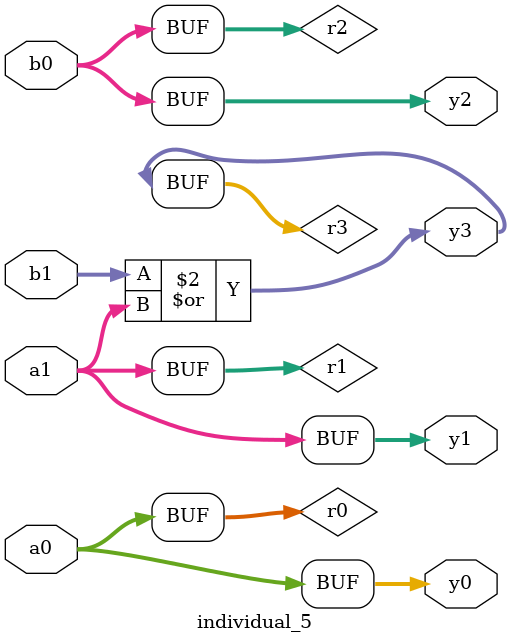
<source format=sv>
module individual_5(input logic [15:0] a1, input logic [15:0] a0, input logic [15:0] b1, input logic [15:0] b0, output logic [15:0] y3, output logic [15:0] y2, output logic [15:0] y1, output logic [15:0] y0);
logic [15:0] r0, r1, r2, r3; 
 always@(*) begin 
	 r0 = a0; r1 = a1; r2 = b0; r3 = b1; 
 	 r3  |=  r1 ;
 	 y3 = r3; y2 = r2; y1 = r1; y0 = r0; 
end
endmodule
</source>
